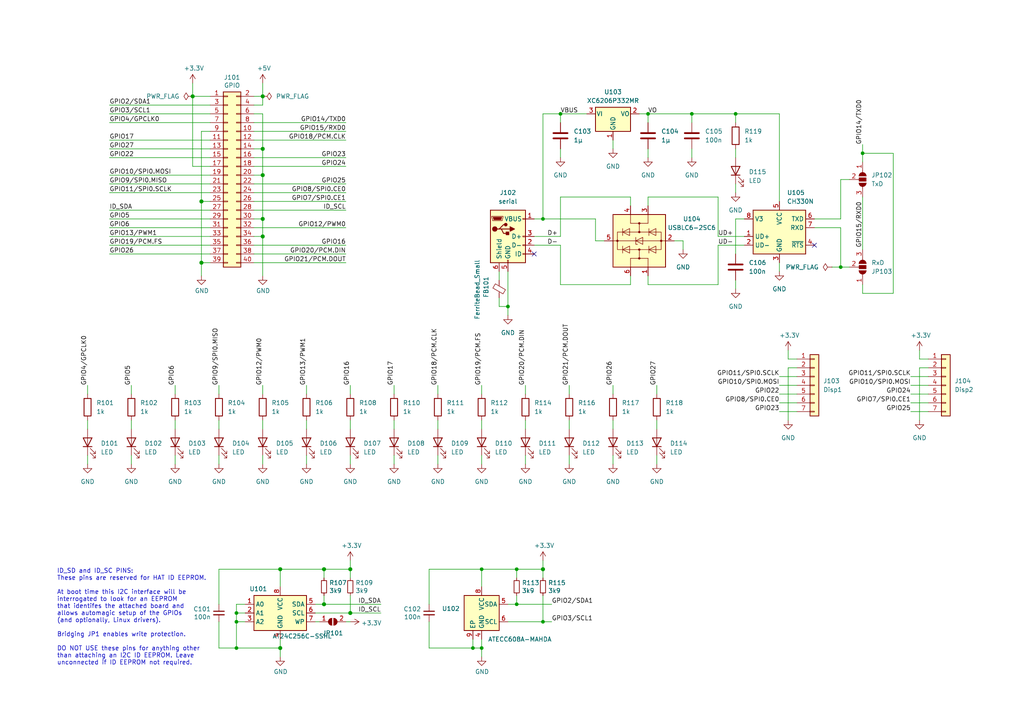
<source format=kicad_sch>
(kicad_sch (version 20230121) (generator eeschema)
  (paper "A4")
  (title_block (title "Fair Demo - Dails") (date "2023-08-17") (company "Linutronix GmbH / Benedikt Spranger") (comment 1 "SPDX-License-Identifier: CERN-OHL-S-2.0") (comment 2 "https://ohwr.org/cern_ohl_s_v2.txt") (comment 3 "To view a copy of this license, visit") (comment 4 "This work is licensed under the CERN-OHL-S v2"))
  (junction (at 68.58 187.96))
  (junction (at 93.98 175.26) (diameter 1.016))
  (junction (at 76.2 27.94) (diameter 1.016))
  (junction (at 81.28 187.96) (diameter 1.016))
  (junction (at 200.66 33.02))
  (junction (at 76.2 43.18) (diameter 1.016))
  (junction (at 81.28 165.1) (diameter 1.016))
  (junction (at 213.36 33.02))
  (junction (at 162.56 33.02))
  (junction (at 101.6 165.1) (diameter 1.016))
  (junction (at 187.96 33.02))
  (junction (at 250.19 44.45))
  (junction (at 243.84 77.47))
  (junction (at 68.58 180.34))
  (junction (at 58.42 76.2) (diameter 1.016))
  (junction (at 68.58 177.8))
  (junction (at 137.16 187.96))
  (junction (at 149.86 175.26))
  (junction (at 58.42 58.42) (diameter 1.016))
  (junction (at 157.48 63.5))
  (junction (at 76.2 68.58) (diameter 1.016))
  (junction (at 147.32 88.9))
  (junction (at 157.48 165.1) (diameter 1.016))
  (junction (at 139.7 187.96))
  (junction (at 157.48 180.34))
  (junction (at 76.2 63.5) (diameter 1.016))
  (junction (at 76.2 50.8) (diameter 1.016))
  (junction (at 101.6 177.8) (diameter 1.016))
  (junction (at 139.7 165.1))
  (junction (at 149.86 165.1))
  (junction (at 55.88 27.94) (diameter 1.016))
  (junction (at 93.98 165.1) (diameter 1.016))
  (no_connect (at 236.22 71.12))
  (no_connect (at 154.94 73.66))
  (wire (pts (xy 58.42 58.42) (xy 58.42 76.2)))
  (wire (pts (xy 73.66 58.42) (xy 100.33 58.42)))
  (wire (pts (xy 228.6 106.68) (xy 228.6 121.92)))
  (wire (pts (xy 38.1 132.08) (xy 38.1 134.62)))
  (wire (pts (xy 60.96 40.64) (xy 31.75 40.64)))
  (wire (pts (xy 208.28 68.58) (xy 215.9 68.58)))
  (wire (pts (xy 25.4 132.08) (xy 25.4 134.62)))
  (wire (pts (xy 81.28 165.1) (xy 93.98 165.1)))
  (wire (pts (xy 101.6 165.1) (xy 93.98 165.1)))
  (wire (pts (xy 101.6 167.64) (xy 101.6 165.1)))
  (wire (pts (xy 208.28 57.15) (xy 208.28 68.58)))
  (wire (pts (xy 208.28 82.55) (xy 187.96 82.55)))
  (wire (pts (xy 147.32 88.9) (xy 147.32 91.44)))
  (wire (pts (xy 213.36 43.18) (xy 213.36 45.72)))
  (wire (pts (xy 68.58 187.96) (xy 81.28 187.96)))
  (wire (pts (xy 139.7 185.42) (xy 139.7 187.96)))
  (wire (pts (xy 185.42 33.02) (xy 187.96 33.02)))
  (wire (pts (xy 76.2 33.02) (xy 76.2 43.18)))
  (wire (pts (xy 147.32 88.9) (xy 147.32 78.74)))
  (wire (pts (xy 76.2 50.8) (xy 73.66 50.8)))
  (wire (pts (xy 144.78 86.36) (xy 144.78 88.9)))
  (wire (pts (xy 76.2 111.76) (xy 76.2 114.3)))
  (wire (pts (xy 88.9 121.92) (xy 88.9 124.46)))
  (wire (pts (xy 114.3 111.76) (xy 114.3 114.3)))
  (wire (pts (xy 76.2 63.5) (xy 76.2 68.58)))
  (wire (pts (xy 172.72 63.5) (xy 172.72 69.85)))
  (wire (pts (xy 68.58 180.34) (xy 71.12 180.34)))
  (wire (pts (xy 243.84 63.5) (xy 243.84 52.07)))
  (wire (pts (xy 149.86 172.72) (xy 149.86 175.26)))
  (wire (pts (xy 177.8 40.64) (xy 177.8 43.18)))
  (wire (pts (xy 76.2 50.8) (xy 76.2 63.5)))
  (wire (pts (xy 231.14 106.68) (xy 228.6 106.68)))
  (wire (pts (xy 101.6 111.76) (xy 101.6 114.3)))
  (wire (pts (xy 73.66 35.56) (xy 100.33 35.56)))
  (wire (pts (xy 162.56 43.18) (xy 162.56 45.72)))
  (wire (pts (xy 58.42 38.1) (xy 58.42 58.42)))
  (wire (pts (xy 137.16 185.42) (xy 137.16 187.96)))
  (wire (pts (xy 88.9 111.76) (xy 88.9 114.3)))
  (wire (pts (xy 137.16 187.96) (xy 139.7 187.96)))
  (wire (pts (xy 91.44 175.26) (xy 93.98 175.26)))
  (wire (pts (xy 93.98 175.26) (xy 110.49 175.26)))
  (wire (pts (xy 147.32 175.26) (xy 149.86 175.26)))
  (wire (pts (xy 187.96 43.18) (xy 187.96 45.72)))
  (wire (pts (xy 63.5 132.08) (xy 63.5 134.62)))
  (wire (pts (xy 200.66 33.02) (xy 213.36 33.02)))
  (wire (pts (xy 243.84 52.07) (xy 246.38 52.07)))
  (wire (pts (xy 226.06 109.22) (xy 231.14 109.22)))
  (wire (pts (xy 58.42 38.1) (xy 60.96 38.1)))
  (wire (pts (xy 91.44 180.34) (xy 92.71 180.34)))
  (wire (pts (xy 100.33 180.34) (xy 101.6 180.34)))
  (wire (pts (xy 73.66 55.88) (xy 100.33 55.88)))
  (wire (pts (xy 60.96 60.96) (xy 31.75 60.96)))
  (wire (pts (xy 226.06 76.2) (xy 226.06 78.74)))
  (wire (pts (xy 31.75 63.5) (xy 60.96 63.5)))
  (wire (pts (xy 228.6 104.14) (xy 228.6 101.6)))
  (wire (pts (xy 25.4 111.76) (xy 25.4 114.3)))
  (wire (pts (xy 162.56 33.02) (xy 157.48 33.02)))
  (wire (pts (xy 38.1 111.76) (xy 38.1 114.3)))
  (wire (pts (xy 162.56 68.58) (xy 162.56 57.15)))
  (wire (pts (xy 139.7 170.18) (xy 139.7 165.1)))
  (wire (pts (xy 58.42 58.42) (xy 60.96 58.42)))
  (wire (pts (xy 101.6 162.56) (xy 101.6 165.1)))
  (wire (pts (xy 76.2 121.92) (xy 76.2 124.46)))
  (wire (pts (xy 264.16 114.3) (xy 269.24 114.3)))
  (wire (pts (xy 73.66 45.72) (xy 100.33 45.72)))
  (wire (pts (xy 81.28 165.1) (xy 81.28 170.18)))
  (wire (pts (xy 139.7 165.1) (xy 149.86 165.1)))
  (wire (pts (xy 243.84 77.47) (xy 246.38 77.47)))
  (wire (pts (xy 139.7 132.08) (xy 139.7 134.62)))
  (wire (pts (xy 182.88 57.15) (xy 182.88 59.69)))
  (wire (pts (xy 114.3 132.08) (xy 114.3 134.62)))
  (wire (pts (xy 250.19 44.45) (xy 250.19 46.99)))
  (wire (pts (xy 213.36 33.02) (xy 226.06 33.02)))
  (wire (pts (xy 139.7 187.96) (xy 139.7 190.5)))
  (wire (pts (xy 38.1 121.92) (xy 38.1 124.46)))
  (wire (pts (xy 73.66 76.2) (xy 100.33 76.2)))
  (wire (pts (xy 58.42 76.2) (xy 58.42 80.01)))
  (wire (pts (xy 31.75 43.18) (xy 60.96 43.18)))
  (wire (pts (xy 101.6 172.72) (xy 101.6 177.8)))
  (wire (pts (xy 165.1 121.92) (xy 165.1 124.46)))
  (wire (pts (xy 55.88 24.13) (xy 55.88 27.94)))
  (wire (pts (xy 149.86 165.1) (xy 149.86 167.64)))
  (wire (pts (xy 250.19 57.15) (xy 250.19 72.39)))
  (wire (pts (xy 152.4 132.08) (xy 152.4 134.62)))
  (wire (pts (xy 152.4 121.92) (xy 152.4 124.46)))
  (wire (pts (xy 25.4 121.92) (xy 25.4 124.46)))
  (wire (pts (xy 76.2 68.58) (xy 73.66 68.58)))
  (wire (pts (xy 226.06 116.84) (xy 231.14 116.84)))
  (wire (pts (xy 139.7 111.76) (xy 139.7 114.3)))
  (wire (pts (xy 259.08 85.09) (xy 259.08 44.45)))
  (wire (pts (xy 31.75 33.02) (xy 60.96 33.02)))
  (wire (pts (xy 127 121.92) (xy 127 124.46)))
  (wire (pts (xy 187.96 35.56) (xy 187.96 33.02)))
  (wire (pts (xy 31.75 55.88) (xy 60.96 55.88)))
  (wire (pts (xy 76.2 132.08) (xy 76.2 134.62)))
  (wire (pts (xy 226.06 114.3) (xy 231.14 114.3)))
  (wire (pts (xy 55.88 48.26) (xy 60.96 48.26)))
  (wire (pts (xy 236.22 63.5) (xy 243.84 63.5)))
  (wire (pts (xy 149.86 175.26) (xy 160.02 175.26)))
  (wire (pts (xy 60.96 30.48) (xy 31.75 30.48)))
  (wire (pts (xy 190.5 132.08) (xy 190.5 134.62)))
  (wire (pts (xy 76.2 27.94) (xy 76.2 30.48)))
  (wire (pts (xy 195.58 69.85) (xy 198.12 69.85)))
  (wire (pts (xy 269.24 104.14) (xy 266.7 104.14)))
  (wire (pts (xy 76.2 43.18) (xy 76.2 50.8)))
  (wire (pts (xy 157.48 162.56) (xy 157.48 165.1)))
  (wire (pts (xy 165.1 132.08) (xy 165.1 134.62)))
  (wire (pts (xy 73.66 40.64) (xy 100.33 40.64)))
  (wire (pts (xy 76.2 43.18) (xy 73.66 43.18)))
  (wire (pts (xy 71.12 175.26) (xy 68.58 175.26)))
  (wire (pts (xy 76.2 24.13) (xy 76.2 27.94)))
  (wire (pts (xy 266.7 106.68) (xy 266.7 121.92)))
  (wire (pts (xy 31.75 35.56) (xy 60.96 35.56)))
  (wire (pts (xy 139.7 121.92) (xy 139.7 124.46)))
  (wire (pts (xy 93.98 165.1) (xy 93.98 167.64)))
  (wire (pts (xy 76.2 27.94) (xy 73.66 27.94)))
  (wire (pts (xy 55.88 27.94) (xy 55.88 48.26)))
  (wire (pts (xy 182.88 82.55) (xy 182.88 80.01)))
  (wire (pts (xy 73.66 48.26) (xy 100.33 48.26)))
  (wire (pts (xy 68.58 180.34) (xy 68.58 187.96)))
  (wire (pts (xy 215.9 63.5) (xy 213.36 63.5)))
  (wire (pts (xy 213.36 63.5) (xy 213.36 73.66)))
  (wire (pts (xy 73.66 38.1) (xy 100.33 38.1)))
  (wire (pts (xy 63.5 111.76) (xy 63.5 114.3)))
  (wire (pts (xy 93.98 172.72) (xy 93.98 175.26)))
  (wire (pts (xy 231.14 104.14) (xy 228.6 104.14)))
  (wire (pts (xy 91.44 177.8) (xy 101.6 177.8)))
  (wire (pts (xy 101.6 177.8) (xy 110.49 177.8)))
  (wire (pts (xy 187.96 59.69) (xy 187.96 57.15)))
  (wire (pts (xy 190.5 111.76) (xy 190.5 114.3)))
  (wire (pts (xy 31.75 45.72) (xy 60.96 45.72)))
  (wire (pts (xy 31.75 53.34) (xy 60.96 53.34)))
  (wire (pts (xy 154.94 68.58) (xy 162.56 68.58)))
  (wire (pts (xy 50.8 111.76) (xy 50.8 114.3)))
  (wire (pts (xy 226.06 119.38) (xy 231.14 119.38)))
  (wire (pts (xy 162.56 57.15) (xy 182.88 57.15)))
  (wire (pts (xy 226.06 33.02) (xy 226.06 58.42)))
  (wire (pts (xy 162.56 82.55) (xy 182.88 82.55)))
  (wire (pts (xy 157.48 167.64) (xy 157.48 165.1)))
  (wire (pts (xy 124.46 187.96) (xy 137.16 187.96)))
  (wire (pts (xy 213.36 35.56) (xy 213.36 33.02)))
  (wire (pts (xy 50.8 121.92) (xy 50.8 124.46)))
  (wire (pts (xy 152.4 111.76) (xy 152.4 114.3)))
  (wire (pts (xy 101.6 121.92) (xy 101.6 124.46)))
  (wire (pts (xy 31.75 66.04) (xy 60.96 66.04)))
  (wire (pts (xy 76.2 30.48) (xy 73.66 30.48)))
  (wire (pts (xy 208.28 71.12) (xy 208.28 82.55)))
  (wire (pts (xy 250.19 82.55) (xy 250.19 85.09)))
  (wire (pts (xy 177.8 132.08) (xy 177.8 134.62)))
  (wire (pts (xy 177.8 121.92) (xy 177.8 124.46)))
  (wire (pts (xy 213.36 53.34) (xy 213.36 55.88)))
  (wire (pts (xy 31.75 71.12) (xy 60.96 71.12)))
  (wire (pts (xy 162.56 33.02) (xy 162.56 35.56)))
  (wire (pts (xy 124.46 180.34) (xy 124.46 187.96)))
  (wire (pts (xy 73.66 71.12) (xy 100.33 71.12)))
  (wire (pts (xy 127 132.08) (xy 127 134.62)))
  (wire (pts (xy 165.1 111.76) (xy 165.1 114.3)))
  (wire (pts (xy 73.66 66.04) (xy 100.33 66.04)))
  (wire (pts (xy 187.96 33.02) (xy 200.66 33.02)))
  (wire (pts (xy 58.42 76.2) (xy 60.96 76.2)))
  (wire (pts (xy 157.48 180.34) (xy 160.02 180.34)))
  (wire (pts (xy 264.16 119.38) (xy 269.24 119.38)))
  (wire (pts (xy 154.94 63.5) (xy 157.48 63.5)))
  (wire (pts (xy 73.66 73.66) (xy 100.33 73.66)))
  (wire (pts (xy 259.08 85.09) (xy 250.19 85.09)))
  (wire (pts (xy 76.2 33.02) (xy 73.66 33.02)))
  (wire (pts (xy 170.18 33.02) (xy 162.56 33.02)))
  (wire (pts (xy 31.75 73.66) (xy 60.96 73.66)))
  (wire (pts (xy 88.9 132.08) (xy 88.9 134.62)))
  (wire (pts (xy 269.24 106.68) (xy 266.7 106.68)))
  (wire (pts (xy 213.36 81.28) (xy 213.36 83.82)))
  (wire (pts (xy 236.22 66.04) (xy 243.84 66.04)))
  (wire (pts (xy 200.66 33.02) (xy 200.66 35.56)))
  (wire (pts (xy 226.06 111.76) (xy 231.14 111.76)))
  (wire (pts (xy 63.5 121.92) (xy 63.5 124.46)))
  (wire (pts (xy 154.94 71.12) (xy 162.56 71.12)))
  (wire (pts (xy 157.48 63.5) (xy 172.72 63.5)))
  (wire (pts (xy 241.3 77.47) (xy 243.84 77.47)))
  (wire (pts (xy 250.19 41.91) (xy 250.19 44.45)))
  (wire (pts (xy 157.48 172.72) (xy 157.48 180.34)))
  (wire (pts (xy 147.32 180.34) (xy 157.48 180.34)))
  (wire (pts (xy 101.6 132.08) (xy 101.6 134.62)))
  (wire (pts (xy 264.16 116.84) (xy 269.24 116.84)))
  (wire (pts (xy 162.56 71.12) (xy 162.56 82.55)))
  (wire (pts (xy 63.5 165.1) (xy 63.5 175.26)))
  (wire (pts (xy 63.5 180.34) (xy 63.5 187.96)))
  (wire (pts (xy 63.5 187.96) (xy 68.58 187.96)))
  (wire (pts (xy 81.28 165.1) (xy 63.5 165.1)))
  (wire (pts (xy 157.48 165.1) (xy 149.86 165.1)))
  (wire (pts (xy 81.28 185.42) (xy 81.28 187.96)))
  (wire (pts (xy 81.28 187.96) (xy 81.28 190.5)))
  (wire (pts (xy 187.96 57.15) (xy 208.28 57.15)))
  (wire (pts (xy 144.78 88.9) (xy 147.32 88.9)))
  (wire (pts (xy 264.16 109.22) (xy 269.24 109.22)))
  (wire (pts (xy 266.7 104.14) (xy 266.7 101.6)))
  (wire (pts (xy 157.48 33.02) (xy 157.48 63.5)))
  (wire (pts (xy 200.66 43.18) (xy 200.66 45.72)))
  (wire (pts (xy 76.2 68.58) (xy 76.2 80.01)))
  (wire (pts (xy 73.66 53.34) (xy 100.33 53.34)))
  (wire (pts (xy 60.96 68.58) (xy 31.75 68.58)))
  (wire (pts (xy 259.08 44.45) (xy 250.19 44.45)))
  (wire (pts (xy 76.2 63.5) (xy 73.66 63.5)))
  (wire (pts (xy 177.8 111.76) (xy 177.8 114.3)))
  (wire (pts (xy 124.46 175.26) (xy 124.46 165.1)))
  (wire (pts (xy 55.88 27.94) (xy 60.96 27.94)))
  (wire (pts (xy 68.58 177.8) (xy 68.58 180.34)))
  (wire (pts (xy 68.58 177.8) (xy 71.12 177.8)))
  (wire (pts (xy 144.78 78.74) (xy 144.78 81.28)))
  (wire (pts (xy 190.5 121.92) (xy 190.5 124.46)))
  (wire (pts (xy 264.16 111.76) (xy 269.24 111.76)))
  (wire (pts (xy 114.3 121.92) (xy 114.3 124.46)))
  (wire (pts (xy 243.84 66.04) (xy 243.84 77.47)))
  (wire (pts (xy 172.72 69.85) (xy 175.26 69.85)))
  (wire (pts (xy 50.8 132.08) (xy 50.8 134.62)))
  (wire (pts (xy 127 111.76) (xy 127 114.3)))
  (wire (pts (xy 68.58 175.26) (xy 68.58 177.8)))
  (wire (pts (xy 60.96 50.8) (xy 31.75 50.8)))
  (wire (pts (xy 73.66 60.96) (xy 100.33 60.96)))
  (wire (pts (xy 187.96 82.55) (xy 187.96 80.01)))
  (wire (pts (xy 215.9 71.12) (xy 208.28 71.12)))
  (wire (pts (xy 124.46 165.1) (xy 139.7 165.1)))
  (wire (pts (xy 198.12 69.85) (xy 198.12 72.39)))
  (text "ID_SD and ID_SC PINS:\nThese pins are reserved for HAT ID EEPROM.\n\nAt boot time this I2C interface will be\ninterrogated to look for an EEPROM\nthat identifes the attached board and\nallows automagic setup of the GPIOs\n(and optionally, Linux drivers).\n\nBridging JP1 enables write protection.\n\nDO NOT USE these pins for anything other\nthan attaching an I2C ID EEPROM. Leave\nunconnected if ID EEPROM not required." (at 16.51 193.04 0) (effects (font (size 1.27 1.27)) (justify left bottom)))
  (label "GPIO18{slash}PCM.CLK" (at 127 111.76 90))
  (label "ID_SDA" (at 31.75 60.96 0))
  (label "GPIO6" (at 31.75 66.04 0))
  (label "ID_SDA" (at 110.49 175.26 180))
  (label "VO" (at 187.96 33.02 0))
  (label "GPIO23" (at 226.06 119.38 180))
  (label "ID_SCL" (at 100.33 60.96 180))
  (label "GPIO5" (at 31.75 63.5 0))
  (label "GPIO7{slash}SPI0.CE1" (at 264.16 116.84 180))
  (label "GPIO21{slash}PCM.DOUT" (at 100.33 76.2 180))
  (label "GPIO19{slash}PCM.FS" (at 31.75 71.12 0))
  (label "GPIO10{slash}SPI0.MOSI" (at 31.75 50.8 0))
  (label "GPIO9{slash}SPI0.MISO" (at 31.75 53.34 0))
  (label "GPIO2{slash}SDA1" (at 160.02 175.26 0))
  (label "GPIO11{slash}SPI0.SCLK" (at 226.06 109.22 180))
  (label "GPIO23" (at 100.33 45.72 180))
  (label "GPIO4{slash}GPCLK0" (at 25.4 111.76 90))
  (label "GPIO4{slash}GPCLK0" (at 31.75 35.56 0))
  (label "GPIO27" (at 31.75 43.18 0))
  (label "GPIO26" (at 31.75 73.66 0))
  (label "D+" (at 158.75 68.58 0))
  (label "GPIO14{slash}TXD0" (at 100.33 35.56 180))
  (label "GPIO19{slash}PCM.FS" (at 139.7 111.76 90))
  (label "GPIO8{slash}SPI0.CE0" (at 100.33 55.88 180))
  (label "GPIO22" (at 226.06 114.3 180))
  (label "GPIO15{slash}RXD0" (at 100.33 38.1 180))
  (label "GPIO16" (at 100.33 71.12 180))
  (label "GPIO12{slash}PWM0" (at 76.2 111.76 90))
  (label "GPIO16" (at 101.6 111.76 90))
  (label "UD+" (at 208.28 68.58 0))
  (label "GPIO22" (at 31.75 45.72 0))
  (label "GPIO20{slash}PCM.DIN" (at 152.4 111.76 90))
  (label "GPIO13{slash}PWM1" (at 88.9 111.76 90))
  (label "GPIO26" (at 177.8 111.76 90))
  (label "GPIO2{slash}SDA1" (at 31.75 30.48 0))
  (label "GPIO6" (at 50.8 111.76 90))
  (label "UD-" (at 208.28 71.12 0))
  (label "GPIO17" (at 31.75 40.64 0))
  (label "GPIO25" (at 100.33 53.34 180))
  (label "GPIO27" (at 190.5 111.76 90))
  (label "GPIO3{slash}SCL1" (at 31.75 33.02 0))
  (label "GPIO18{slash}PCM.CLK" (at 100.33 40.64 180))
  (label "GPIO8{slash}SPI0.CE0" (at 226.06 116.84 180))
  (label "GPIO12{slash}PWM0" (at 100.33 66.04 180))
  (label "GPIO13{slash}PWM1" (at 31.75 68.58 0))
  (label "GPIO20{slash}PCM.DIN" (at 100.33 73.66 180))
  (label "GPIO15{slash}RXD0" (at 250.19 58.42 270))
  (label "GPIO24" (at 100.33 48.26 180))
  (label "GPIO7{slash}SPI0.CE1" (at 100.33 58.42 180))
  (label "GPIO21{slash}PCM.DOUT" (at 165.1 111.76 90))
  (label "GPIO10{slash}SPI0.MOSI" (at 264.16 111.76 180))
  (label "VBUS" (at 162.56 33.02 0))
  (label "D-" (at 158.75 71.12 0))
  (label "GPIO11{slash}SPI0.SCLK" (at 264.16 109.22 180))
  (label "GPIO24" (at 264.16 114.3 180))
  (label "GPIO3{slash}SCL1" (at 160.02 180.34 0))
  (label "ID_SCL" (at 110.49 177.8 180))
  (label "GPIO14{slash}TXD0" (at 250.19 41.91 90))
  (label "GPIO10{slash}SPI0.MOSI" (at 226.06 111.76 180))
  (label "GPIO5" (at 38.1 111.76 90))
  (label "GPIO11{slash}SPI0.SCLK" (at 31.75 55.88 0))
  (label "GPIO17" (at 114.3 111.76 90))
  (label "GPIO25" (at 264.16 119.38 180))
  (label "GPIO9{slash}SPI0.MISO" (at 63.5 111.76 90))
  (symbol (lib_id "power:+5V") (at 76.2 24.13 0) (unit 1)
    (property "Reference" "#PWR0107" (effects hide))
    (property "Value" "+5V" (at 76.5683 19.8056 0))
  )
  (symbol (lib_id "power:+3.3V") (at 55.88 24.13 0) (unit 1)
    (property "Reference" "#PWR0104" (effects hide))
    (property "Value" "+3.3V" (at 56.2483 19.8056 0))
  )
  (symbol (lib_id "power:GND") (at 76.2 80.01 0) (unit 1)
    (property "Reference" "#PWR0108" (effects hide))
    (property "Value" "GND" (at 76.3143 84.3344 0))
  )
  (symbol (lib_id "power:GND") (at 58.42 80.01 0) (unit 1)
    (property "Reference" "#PWR0105" (effects hide))
    (property "Value" "GND" (at 58.5343 84.3344 0))
  )
  (symbol (lib_id "Connector_Generic:Conn_02x20_Odd_Even") (at 66.04 50.8 0) (unit 1)
    (property "Reference" "J101" (at 67.31 22.4598 0))
    (property "Value" "GPIO" (at 67.31 24.765 0))
    (property "Footprint" "Connector_PinSocket_2.54mm:PinSocket_2x20_P2.54mm_Vertical" (effects hide))
    (property "assemble" "y" (effects hide))
    (property "Manufacture" "CONNFLY" (effects hide))
    (property "mpn" "DS1023-2*20S21" (effects hide))
    (property "tme#" "ZL262-40DG" (effects hide))
  )
  (symbol (lib_id "power:GND") (at 162.56 45.72 0) (unit 1)
    (property "Reference" "#PWR0122" (effects hide))
    (property "Value" "GND" (at 162.56 50.8 0))
  )
  (symbol (lib_id "Device:LED") (at 165.1 128.27 90) (unit 1)
    (property "Reference" "D112" (at 168.91 128.5875 90) (effects (justify right)))
    (property "Value" "LED" (at 168.91 131.1275 90) (effects (justify right)))
    (property "Footprint" "LED_SMD:LED_0603_1608Metric" (effects hide))
    (property "assemble" "y" (effects hide))
    (property "Description" "Colorless transparence -40℃~+85℃ 465nm~475nm blue 120° 110mW 0603 Light Emitting Diodes (LED) ROHS" (effects hide))
    (property "Manufacture" "Everlight Elec" (effects hide))
    (property "lcsc#" "C72041" (effects hide))
    (property "mpn" "19-217/BHC-ZL1M2RY/3T" (effects hide))
  )
  (symbol (lib_id "Device:R") (at 177.8 118.11 0) (unit 1)
    (property "Reference" "R117" (at 180.34 116.84 0) (effects (justify left)))
    (property "Value" "1k" (at 180.34 119.38 0) (effects (justify left)))
    (property "Footprint" "Resistor_SMD:R_0402_1005Metric" (effects hide))
    (property "assemble" "y" (effects hide))
    (property "Description" "62.5mW Thick Film Resistors ±100ppm/℃ ±5% 1kΩ 0402 Chip Resistor - Surface Mount ROHS" (effects hide))
    (property "Manufacture" "YAGEO" (effects hide))
    (property "digikey#" "311-1.0KJRCT-ND" (effects hide))
    (property "lcsc#" "C114759" (effects hide))
    (property "mpn" "RC0402JR-071KL" (effects hide))
  )
  (symbol (lib_id "power:PWR_FLAG") (at 76.2 27.94 270) (unit 1)
    (property "Reference" "#FLG0102" (effects hide))
    (property "Value" "PWR_FLAG" (at 80.01 27.94 90) (effects (justify left)))
  )
  (symbol (lib_id "Device:R") (at 38.1 118.11 0) (unit 1)
    (property "Reference" "R102" (at 40.64 116.84 0) (effects (justify left)))
    (property "Value" "1k" (at 40.64 119.38 0) (effects (justify left)))
    (property "Footprint" "Resistor_SMD:R_0402_1005Metric" (effects hide))
    (property "assemble" "y" (effects hide))
    (property "Description" "62.5mW Thick Film Resistors ±100ppm/℃ ±5% 1kΩ 0402 Chip Resistor - Surface Mount ROHS" (effects hide))
    (property "Manufacture" "YAGEO" (effects hide))
    (property "digikey#" "311-1.0KJRCT-ND" (effects hide))
    (property "lcsc#" "C114759" (effects hide))
    (property "mpn" "RC0402JR-071KL" (effects hide))
  )
  (symbol (lib_id "power:PWR_FLAG") (at 241.3 77.47 90) (unit 1)
    (property "Reference" "#FLG0103" (effects hide))
    (property "Value" "PWR_FLAG" (at 237.49 77.47 90) (effects (justify left)))
  )
  (symbol (lib_id "power:GND") (at 177.8 134.62 0) (unit 1)
    (property "Reference" "#PWR0125" (effects hide))
    (property "Value" "GND" (at 177.8 139.7 0))
  )
  (symbol (lib_id "Device:C_Small") (at 63.5 177.8 0) (unit 1)
    (property "Reference" "C101" (at 61.1758 176.6506 0) (effects (justify right)))
    (property "Value" "100n" (at 61.1758 178.9493 0) (effects (justify right)))
    (property "Footprint" "Capacitor_SMD:C_0402_1005Metric" (effects hide))
    (property "assemble" "y" (effects hide))
    (property "Description" "50V 100nF X7R ±10% 0402 Multilayer Ceramic Capacitors MLCC - SMD/SMT ROHS" (effects hide))
    (property "Manufacture" "Murata Electronics" (effects hide))
    (property "lcsc#" "C77020" (effects hide))
    (property "mpn" "GRM155R71H104KE14D" (effects hide))
  )
  (symbol (lib_id "Device:R") (at 127 118.11 0) (unit 1)
    (property "Reference" "R111" (at 129.54 116.84 0) (effects (justify left)))
    (property "Value" "1k" (at 129.54 119.38 0) (effects (justify left)))
    (property "Footprint" "Resistor_SMD:R_0402_1005Metric" (effects hide))
    (property "assemble" "y" (effects hide))
    (property "Description" "62.5mW Thick Film Resistors ±100ppm/℃ ±5% 1kΩ 0402 Chip Resistor - Surface Mount ROHS" (effects hide))
    (property "Manufacture" "YAGEO" (effects hide))
    (property "digikey#" "311-1.0KJRCT-ND" (effects hide))
    (property "lcsc#" "C114759" (effects hide))
    (property "mpn" "RC0402JR-071KL" (effects hide))
  )
  (symbol (lib_id "Device:LED") (at 213.36 49.53 90) (unit 1)
    (property "Reference" "D115" (at 217.17 49.8475 90) (effects (justify right)))
    (property "Value" "LED" (at 217.17 52.3875 90) (effects (justify right)))
    (property "Footprint" "LED_SMD:LED_0603_1608Metric" (effects hide))
    (property "assemble" "y" (effects hide))
    (property "Description" "Colorless transparence -40℃~+85℃ 465nm~475nm blue 120° 110mW 0603 Light Emitting Diodes (LED) ROHS" (effects hide))
    (property "Manufacture" "Everlight Elec" (effects hide))
    (property "lcsc#" "C72041" (effects hide))
    (property "mpn" "19-217/BHC-ZL1M2RY/3T" (effects hide))
  )
  (symbol (lib_id "Device:LED") (at 63.5 128.27 90) (unit 1)
    (property "Reference" "D104" (at 67.31 128.5875 90) (effects (justify right)))
    (property "Value" "LED" (at 67.31 131.1275 90) (effects (justify right)))
    (property "Footprint" "LED_SMD:LED_0603_1608Metric" (effects hide))
    (property "assemble" "y" (effects hide))
    (property "Description" "Colorless transparence -40℃~+85℃ 465nm~475nm blue 120° 110mW 0603 Light Emitting Diodes (LED) ROHS" (effects hide))
    (property "Manufacture" "Everlight Elec" (effects hide))
    (property "lcsc#" "C72041" (effects hide))
    (property "mpn" "19-217/BHC-ZL1M2RY/3T" (effects hide))
  )
  (symbol (lib_id "Device:LED") (at 76.2 128.27 90) (unit 1)
    (property "Reference" "D105" (at 80.01 128.5875 90) (effects (justify right)))
    (property "Value" "LED" (at 80.01 131.1275 90) (effects (justify right)))
    (property "Footprint" "LED_SMD:LED_0603_1608Metric" (effects hide))
    (property "assemble" "y" (effects hide))
    (property "Description" "Colorless transparence -40℃~+85℃ 465nm~475nm blue 120° 110mW 0603 Light Emitting Diodes (LED) ROHS" (effects hide))
    (property "Manufacture" "Everlight Elec" (effects hide))
    (property "lcsc#" "C72041" (effects hide))
    (property "mpn" "19-217/BHC-ZL1M2RY/3T" (effects hide))
  )
  (symbol (lib_id "Device:R_Small") (at 93.98 170.18 0) (unit 1)
    (property "Reference" "R107" (at 95.4786 169.037 0) (effects (justify left)))
    (property "Value" "3k9" (at 95.4787 171.3293 0) (effects (justify left)))
    (property "Footprint" "Resistor_SMD:R_0402_1005Metric" (effects hide))
    (property "assemble" "y" (effects hide))
    (property "Description" "62.5mW Thick Film Resistors ±100ppm/℃ ±1% 3.9kΩ 0402 Chip Resistor - Surface Mount ROHS" (effects hide))
    (property "Manufacture" "YAGEO" (effects hide))
    (property "lcsc#" "C144037" (effects hide))
    (property "mpn" "AF0402FR-073K9L" (effects hide))
  )
  (symbol (lib_id "power:GND") (at 88.9 134.62 0) (unit 1)
    (property "Reference" "#PWR0111" (effects hide))
    (property "Value" "GND" (at 88.9 139.7 0))
  )
  (symbol (lib_id "power:GND") (at 101.6 134.62 0) (unit 1)
    (property "Reference" "#PWR0112" (effects hide))
    (property "Value" "GND" (at 101.6 139.7 0))
  )
  (symbol (lib_id "power:GND") (at 200.66 45.72 0) (unit 1)
    (property "Reference" "#PWR0129" (effects hide))
    (property "Value" "GND" (at 200.66 50.8 0))
  )
  (symbol (lib_id "power:GND") (at 50.8 134.62 0) (unit 1)
    (property "Reference" "#PWR0103" (effects hide))
    (property "Value" "GND" (at 50.8 139.7 0))
  )
  (symbol (lib_id "power:GND") (at 127 134.62 0) (unit 1)
    (property "Reference" "#PWR0116" (effects hide))
    (property "Value" "GND" (at 127 139.7 0))
  )
  (symbol (lib_id "Device:R") (at 63.5 118.11 0) (unit 1)
    (property "Reference" "R104" (at 66.04 116.84 0) (effects (justify left)))
    (property "Value" "1k" (at 66.04 119.38 0) (effects (justify left)))
    (property "Footprint" "Resistor_SMD:R_0402_1005Metric" (effects hide))
    (property "assemble" "y" (effects hide))
    (property "Description" "62.5mW Thick Film Resistors ±100ppm/℃ ±5% 1kΩ 0402 Chip Resistor - Surface Mount ROHS" (effects hide))
    (property "Manufacture" "YAGEO" (effects hide))
    (property "digikey#" "311-1.0KJRCT-ND" (effects hide))
    (property "lcsc#" "C114759" (effects hide))
    (property "mpn" "RC0402JR-071KL" (effects hide))
  )
  (symbol (lib_id "Device:R") (at 190.5 118.11 0) (unit 1)
    (property "Reference" "R118" (at 193.04 116.84 0) (effects (justify left)))
    (property "Value" "1k" (at 193.04 119.38 0) (effects (justify left)))
    (property "Footprint" "Resistor_SMD:R_0402_1005Metric" (effects hide))
    (property "assemble" "y" (effects hide))
    (property "Description" "62.5mW Thick Film Resistors ±100ppm/℃ ±5% 1kΩ 0402 Chip Resistor - Surface Mount ROHS" (effects hide))
    (property "Manufacture" "YAGEO" (effects hide))
    (property "digikey#" "311-1.0KJRCT-ND" (effects hide))
    (property "lcsc#" "C114759" (effects hide))
    (property "mpn" "RC0402JR-071KL" (effects hide))
  )
  (symbol (lib_id "Device:LED") (at 114.3 128.27 90) (unit 1)
    (property "Reference" "D108" (at 118.11 128.5875 90) (effects (justify right)))
    (property "Value" "LED" (at 118.11 131.1275 90) (effects (justify right)))
    (property "Footprint" "LED_SMD:LED_0603_1608Metric" (effects hide))
    (property "assemble" "y" (effects hide))
    (property "Description" "Colorless transparence -40℃~+85℃ 465nm~475nm blue 120° 110mW 0603 Light Emitting Diodes (LED) ROHS" (effects hide))
    (property "Manufacture" "Everlight Elec" (effects hide))
    (property "lcsc#" "C72041" (effects hide))
    (property "mpn" "19-217/BHC-ZL1M2RY/3T" (effects hide))
  )
  (symbol (lib_id "Device:LED") (at 38.1 128.27 90) (unit 1)
    (property "Reference" "D102" (at 41.91 128.5875 90) (effects (justify right)))
    (property "Value" "LED" (at 41.91 131.1275 90) (effects (justify right)))
    (property "Footprint" "LED_SMD:LED_0603_1608Metric" (effects hide))
    (property "assemble" "y" (effects hide))
    (property "Description" "Colorless transparence -40℃~+85℃ 465nm~475nm blue 120° 110mW 0603 Light Emitting Diodes (LED) ROHS" (effects hide))
    (property "Manufacture" "Everlight Elec" (effects hide))
    (property "lcsc#" "C72041" (effects hide))
    (property "mpn" "19-217/BHC-ZL1M2RY/3T" (effects hide))
  )
  (symbol (lib_id "power:GND") (at 213.36 83.82 0) (unit 1)
    (property "Reference" "#PWR0131" (effects hide))
    (property "Value" "GND" (at 213.36 88.9 0))
  )
  (symbol (lib_id "power:+3.3V") (at 228.6 101.6 0) (unit 1)
    (property "Reference" "#PWR0134" (effects hide))
    (property "Value" "+3.3V" (at 228.9683 97.2756 0))
  )
  (symbol (lib_id "Device:LED") (at 152.4 128.27 90) (unit 1)
    (property "Reference" "D111" (at 156.21 128.5875 90) (effects (justify right)))
    (property "Value" "LED" (at 156.21 131.1275 90) (effects (justify right)))
    (property "Footprint" "LED_SMD:LED_0603_1608Metric" (effects hide))
    (property "assemble" "y" (effects hide))
    (property "Description" "Colorless transparence -40℃~+85℃ 465nm~475nm blue 120° 110mW 0603 Light Emitting Diodes (LED) ROHS" (effects hide))
    (property "Manufacture" "Everlight Elec" (effects hide))
    (property "lcsc#" "C72041" (effects hide))
    (property "mpn" "19-217/BHC-ZL1M2RY/3T" (effects hide))
  )
  (symbol (lib_id "Jumper:SolderJumper_2_Open") (at 96.52 180.34 0) (unit 1)
    (property "Reference" "JP101" (at 96.52 183.623 0))
    (property "Value" "ID_WP" (effects hide))
    (property "Footprint" "Jumper:SolderJumper-2_P1.3mm_Open_Pad1.0x1.5mm" (effects hide))
    (property "assemble" "n" (effects hide))
    (property "mpn" "DNP" (effects hide))
  )
  (symbol (lib_id "Device:R") (at 76.2 118.11 0) (unit 1)
    (property "Reference" "R105" (at 78.74 116.84 0) (effects (justify left)))
    (property "Value" "1k" (at 78.74 119.38 0) (effects (justify left)))
    (property "Footprint" "Resistor_SMD:R_0402_1005Metric" (effects hide))
    (property "assemble" "y" (effects hide))
    (property "Description" "62.5mW Thick Film Resistors ±100ppm/℃ ±5% 1kΩ 0402 Chip Resistor - Surface Mount ROHS" (effects hide))
    (property "Manufacture" "YAGEO" (effects hide))
    (property "digikey#" "311-1.0KJRCT-ND" (effects hide))
    (property "lcsc#" "C114759" (effects hide))
    (property "mpn" "RC0402JR-071KL" (effects hide))
  )
  (symbol (lib_id "power:+3.3V") (at 157.48 162.56 0) (unit 1)
    (property "Reference" "#PWR0121" (effects hide))
    (property "Value" "+3.3V" (at 157.8483 158.2356 0))
  )
  (symbol (lib_id "power:GND") (at 152.4 134.62 0) (unit 1)
    (property "Reference" "#PWR0120" (effects hide))
    (property "Value" "GND" (at 152.4 139.7 0))
  )
  (symbol (lib_id "power:GND") (at 63.5 134.62 0) (unit 1)
    (property "Reference" "#PWR0106" (effects hide))
    (property "Value" "GND" (at 63.5 139.7 0))
  )
  (symbol (lib_id "power:GND") (at 226.06 78.74 0) (unit 1)
    (property "Reference" "#PWR0133" (effects hide))
    (property "Value" "GND" (at 226.06 83.82 0))
  )
  (symbol (lib_id "Device:R_Small") (at 101.6 170.18 0) (unit 1)
    (property "Reference" "R109" (at 103.0986 169.037 0) (effects (justify left)))
    (property "Value" "3k9" (at 103.0987 171.3293 0) (effects (justify left)))
    (property "Footprint" "Resistor_SMD:R_0402_1005Metric" (effects hide))
    (property "assemble" "y" (effects hide))
    (property "Description" "62.5mW Thick Film Resistors ±100ppm/℃ ±1% 3.9kΩ 0402 Chip Resistor - Surface Mount ROHS" (effects hide))
    (property "Manufacture" "YAGEO" (effects hide))
    (property "lcsc#" "C144037" (effects hide))
    (property "mpn" "AF0402FR-073K9L" (effects hide))
  )
  (symbol (lib_id "power:GND") (at 198.12 72.39 0) (unit 1)
    (property "Reference" "#PWR0128" (effects hide))
    (property "Value" "GND" (at 198.12 77.47 0))
  )
  (symbol (lib_id "Device:R") (at 50.8 118.11 0) (unit 1)
    (property "Reference" "R103" (at 53.34 116.84 0) (effects (justify left)))
    (property "Value" "1k" (at 53.34 119.38 0) (effects (justify left)))
    (property "Footprint" "Resistor_SMD:R_0402_1005Metric" (effects hide))
    (property "assemble" "y" (effects hide))
    (property "Description" "62.5mW Thick Film Resistors ±100ppm/℃ ±5% 1kΩ 0402 Chip Resistor - Surface Mount ROHS" (effects hide))
    (property "Manufacture" "YAGEO" (effects hide))
    (property "digikey#" "311-1.0KJRCT-ND" (effects hide))
    (property "lcsc#" "C114759" (effects hide))
    (property "mpn" "RC0402JR-071KL" (effects hide))
  )
  (symbol (lib_id "power:+3.3V") (at 101.6 162.56 0) (unit 1)
    (property "Reference" "#PWR0113" (effects hide))
    (property "Value" "+3.3V" (at 101.9683 158.2356 0))
  )
  (symbol (lib_id "Connector:USB_B_Micro") (at 147.32 68.58 0) (unit 1)
    (property "Reference" "J102" (at 147.32 55.88 0))
    (property "Value" "serial" (at 147.32 58.42 0))
    (property "Footprint" "Connector_USB:USB_Micro-B_Molex-105017-0001" (effects hide))
    (property "assemble" "y" (effects hide))
    (property "Description" "USB 2.0 1 Surface Mount 5P Female -30℃~+85℃ Micro-B SMD USB Connectors ROHS" (effects hide))
    (property "Manufacture" "MOLEX" (effects hide))
    (property "digikey#" "WM11262CT-ND " (effects hide))
    (property "lcsc#" "C505111" (effects hide))
    (property "mpn" "1050171001" (effects hide))
  )
  (symbol (lib_id "Interface_USB:CH330N") (at 226.06 66.04 0) (unit 1)
    (property "Reference" "U105" (at 228.2541 55.88 0) (effects (justify left)))
    (property "Value" "CH330N" (at 228.2541 58.42 0) (effects (justify left)))
    (property "Footprint" "Package_SO:SOIC-8_3.9x4.9mm_P1.27mm" (effects hide))
    (property "Datasheet" "http://www.wch.cn/downloads/file/240.html" (effects hide))
    (property "assemble" "y" (effects hide))
    (property "Manufacture" "WCH(Jiangsu Qin Heng)" (effects hide))
    (property "lcsc#" "C108996" (effects hide))
    (property "mpn" "CH330N" (effects hide))
  )
  (symbol (lib_id "Connector_Generic:Conn_01x07") (at 236.22 111.76 0) (unit 1)
    (property "Reference" "J103" (at 238.76 110.49 0) (effects (justify left)))
    (property "Value" "Disp1" (at 238.76 113.03 0) (effects (justify left)))
    (property "Footprint" "Connector_PinSocket_2.54mm:PinSocket_1x07_P2.54mm_Vertical" (effects hide))
    (property "assemble" "y" (effects hide))
    (property "Manufacture" "CONNFLY" (effects hide))
    (property "mpn" "DS1023-1*7S21" (effects hide))
    (property "tme#" "ZL262-7SG" (effects hide))
  )
  (symbol (lib_id "power:GND") (at 190.5 134.62 0) (unit 1)
    (property "Reference" "#PWR0127" (effects hide))
    (property "Value" "GND" (at 190.5 139.7 0))
  )
  (symbol (lib_id "Device:LED") (at 50.8 128.27 90) (unit 1)
    (property "Reference" "D103" (at 54.61 128.5875 90) (effects (justify right)))
    (property "Value" "LED" (at 54.61 131.1275 90) (effects (justify right)))
    (property "Footprint" "LED_SMD:LED_0603_1608Metric" (effects hide))
    (property "assemble" "y" (effects hide))
    (property "Description" "Colorless transparence -40℃~+85℃ 465nm~475nm blue 120° 110mW 0603 Light Emitting Diodes (LED) ROHS" (effects hide))
    (property "Manufacture" "Everlight Elec" (effects hide))
    (property "lcsc#" "C72041" (effects hide))
    (property "mpn" "19-217/BHC-ZL1M2RY/3T" (effects hide))
  )
  (symbol (lib_id "Jumper:SolderJumper_3_Open") (at 250.19 77.47 270) (mirror x) (unit 1)
    (property "Reference" "JP103" (at 252.73 78.74 90) (effects (justify left)))
    (property "Value" "RxD" (at 252.73 76.2 90) (effects (justify left)))
    (property "Footprint" "Jumper:SolderJumper-3_P1.3mm_Open_Pad1.0x1.5mm_NumberLabels" (effects hide))
    (property "assemble" "n" (effects hide))
    (property "mpn" "DNP" (effects hide))
  )
  (symbol (lib_id "Memory_EEPROM:CAT24C256") (at 81.28 177.8 0) (unit 1)
    (property "Reference" "U101" (at 74.93 170.7958 0))
    (property "Value" "AT24C256C-SSHL" (at 87.63 184.5245 0))
    (property "Footprint" "Package_SO:SOIC-8_3.9x4.9mm_P1.27mm" (effects hide))
    (property "Datasheet" "https://www.onsemi.cn/PowerSolutions/document/CAT24C256-D.PDF" (effects hide))
    (property "assemble" "y" (effects hide))
    (property "Description" "256Kbit I2C SOP-8 EEPROM ROHS" (effects hide))
    (property "Manufacture" "Microchip Tech" (effects hide))
    (property "lcsc#" "C6482" (effects hide))
    (property "mpn" "AT24C256C-SSHL-T" (effects hide))
  )
  (symbol (lib_id "Device:R") (at 114.3 118.11 0) (unit 1)
    (property "Reference" "R110" (at 116.84 116.84 0) (effects (justify left)))
    (property "Value" "1k" (at 116.84 119.38 0) (effects (justify left)))
    (property "Footprint" "Resistor_SMD:R_0402_1005Metric" (effects hide))
    (property "assemble" "y" (effects hide))
    (property "Description" "62.5mW Thick Film Resistors ±100ppm/℃ ±5% 1kΩ 0402 Chip Resistor - Surface Mount ROHS" (effects hide))
    (property "Manufacture" "YAGEO" (effects hide))
    (property "digikey#" "311-1.0KJRCT-ND" (effects hide))
    (property "lcsc#" "C114759" (effects hide))
    (property "mpn" "RC0402JR-071KL" (effects hide))
  )
  (symbol (lib_id "Device:LED") (at 101.6 128.27 90) (unit 1)
    (property "Reference" "D107" (at 105.41 128.5875 90) (effects (justify right)))
    (property "Value" "LED" (at 105.41 131.1275 90) (effects (justify right)))
    (property "Footprint" "LED_SMD:LED_0603_1608Metric" (effects hide))
    (property "assemble" "y" (effects hide))
    (property "Description" "Colorless transparence -40℃~+85℃ 465nm~475nm blue 120° 110mW 0603 Light Emitting Diodes (LED) ROHS" (effects hide))
    (property "Manufacture" "Everlight Elec" (effects hide))
    (property "lcsc#" "C72041" (effects hide))
    (property "mpn" "19-217/BHC-ZL1M2RY/3T" (effects hide))
  )
  (symbol (lib_id "power:GND") (at 228.6 121.92 0) (unit 1)
    (property "Reference" "#PWR0135" (effects hide))
    (property "Value" "GND" (at 228.6 127 0))
  )
  (symbol (lib_id "Device:LED") (at 127 128.27 90) (unit 1)
    (property "Reference" "D109" (at 130.81 128.5875 90) (effects (justify right)))
    (property "Value" "LED" (at 130.81 131.1275 90) (effects (justify right)))
    (property "Footprint" "LED_SMD:LED_0603_1608Metric" (effects hide))
    (property "assemble" "y" (effects hide))
    (property "Description" "Colorless transparence -40℃~+85℃ 465nm~475nm blue 120° 110mW 0603 Light Emitting Diodes (LED) ROHS" (effects hide))
    (property "Manufacture" "Everlight Elec" (effects hide))
    (property "lcsc#" "C72041" (effects hide))
    (property "mpn" "19-217/BHC-ZL1M2RY/3T" (effects hide))
  )
  (symbol (lib_id "power:+3.3V") (at 266.7 101.6 0) (unit 1)
    (property "Reference" "#PWR0139" (effects hide))
    (property "Value" "+3.3V" (at 267.0683 97.2756 0))
  )
  (symbol (lib_id "Connector_Generic:Conn_01x07") (at 274.32 111.76 0) (unit 1)
    (property "Reference" "J104" (at 276.86 110.49 0) (effects (justify left)))
    (property "Value" "Disp2" (at 276.86 113.03 0) (effects (justify left)))
    (property "Footprint" "Connector_PinSocket_2.54mm:PinSocket_1x07_P2.54mm_Vertical" (effects hide))
    (property "assemble" "y" (effects hide))
    (property "Manufacture" "CONNFLY" (effects hide))
    (property "mpn" "DS1023-1*7S21" (effects hide))
    (property "tme#" "ZL262-7SG" (effects hide))
  )
  (symbol (lib_id "Device:R") (at 88.9 118.11 0) (unit 1)
    (property "Reference" "R106" (at 91.44 116.84 0) (effects (justify left)))
    (property "Value" "1k" (at 91.44 119.38 0) (effects (justify left)))
    (property "Footprint" "Resistor_SMD:R_0402_1005Metric" (effects hide))
    (property "assemble" "y" (effects hide))
    (property "Description" "62.5mW Thick Film Resistors ±100ppm/℃ ±5% 1kΩ 0402 Chip Resistor - Surface Mount ROHS" (effects hide))
    (property "Manufacture" "YAGEO" (effects hide))
    (property "digikey#" "311-1.0KJRCT-ND" (effects hide))
    (property "lcsc#" "C114759" (effects hide))
    (property "mpn" "RC0402JR-071KL" (effects hide))
  )
  (symbol (lib_id "power:GND") (at 177.8 43.18 0) (unit 1)
    (property "Reference" "#PWR0124" (effects hide))
    (property "Value" "GND" (at 177.8 48.26 0))
  )
  (symbol (lib_id "Device:C") (at 162.56 39.37 0) (unit 1)
    (property "Reference" "C103" (at 166.37 38.1 0) (effects (justify left)))
    (property "Value" "1µ" (at 166.37 40.64 0) (effects (justify left)))
    (property "Footprint" "Capacitor_SMD:C_0805_2012Metric" (effects hide))
    (property "assemble" "y" (effects hide))
    (property "Description" "50V 1uF ±10% 0805 Multilayer Ceramic Capacitors MLCC - SMD/SMT ROHS" (effects hide))
    (property "Manufacture" "Murata Electronics" (effects hide))
    (property "lcsc#" "C701194" (effects hide))
    (property "mpn" "GRT21BR71H105KE01L" (effects hide))
  )
  (symbol (lib_id "Device:LED") (at 25.4 128.27 90) (unit 1)
    (property "Reference" "D101" (at 29.21 128.5875 90) (effects (justify right)))
    (property "Value" "LED" (at 29.21 131.1275 90) (effects (justify right)))
    (property "Footprint" "LED_SMD:LED_0603_1608Metric" (effects hide))
    (property "assemble" "y" (effects hide))
    (property "Description" "Colorless transparence -40℃~+85℃ 465nm~475nm blue 120° 110mW 0603 Light Emitting Diodes (LED) ROHS" (effects hide))
    (property "Manufacture" "Everlight Elec" (effects hide))
    (property "lcsc#" "C72041" (effects hide))
    (property "mpn" "19-217/BHC-ZL1M2RY/3T" (effects hide))
  )
  (symbol (lib_id "Security:ATECC608A-MAHDA") (at 139.7 177.8 0) (unit 1)
    (property "Reference" "U102" (at 133.35 176.53 0) (effects (justify right)))
    (property "Value" "ATECC608A-MAHDA" (at 160.02 185.42 0) (effects (justify right)))
    (property "Footprint" "Package_DFN_QFN:DFN-8-1EP_3x2mm_P0.5mm_EP1.3x1.5mm" (effects hide))
    (property "Datasheet" "http://ww1.microchip.com/downloads/en/DeviceDoc/ATECC608A-CryptoAuthentication-Device-Summary-Data-Sheet-DS40001977B.pdf" (effects hide))
    (property "assemble" "y" (effects hide))
    (property "Description" "DFN-8-EP(2x3) Security Verification / Encryption ICs ROHS" (effects hide))
    (property "Manufacture" "Microchip Tech" (effects hide))
    (property "lcsc#" "C616909" (effects hide))
    (property "mpn" "ATECC608A-MAHDA-T" (effects hide))
  )
  (symbol (lib_id "Device:LED") (at 190.5 128.27 90) (unit 1)
    (property "Reference" "D114" (at 194.31 128.5875 90) (effects (justify right)))
    (property "Value" "LED" (at 194.31 131.1275 90) (effects (justify right)))
    (property "Footprint" "LED_SMD:LED_0603_1608Metric" (effects hide))
    (property "assemble" "y" (effects hide))
    (property "Description" "Colorless transparence -40℃~+85℃ 465nm~475nm blue 120° 110mW 0603 Light Emitting Diodes (LED) ROHS" (effects hide))
    (property "Manufacture" "Everlight Elec" (effects hide))
    (property "lcsc#" "C72041" (effects hide))
    (property "mpn" "19-217/BHC-ZL1M2RY/3T" (effects hide))
  )
  (symbol (lib_id "Device:R") (at 165.1 118.11 0) (unit 1)
    (property "Reference" "R116" (at 167.64 116.84 0) (effects (justify left)))
    (property "Value" "1k" (at 167.64 119.38 0) (effects (justify left)))
    (property "Footprint" "Resistor_SMD:R_0402_1005Metric" (effects hide))
    (property "assemble" "y" (effects hide))
    (property "Description" "62.5mW Thick Film Resistors ±100ppm/℃ ±5% 1kΩ 0402 Chip Resistor - Surface Mount ROHS" (effects hide))
    (property "Manufacture" "YAGEO" (effects hide))
    (property "digikey#" "311-1.0KJRCT-ND" (effects hide))
    (property "lcsc#" "C114759" (effects hide))
    (property "mpn" "RC0402JR-071KL" (effects hide))
  )
  (symbol (lib_id "Device:LED") (at 177.8 128.27 90) (unit 1)
    (property "Reference" "D113" (at 181.61 128.5875 90) (effects (justify right)))
    (property "Value" "LED" (at 181.61 131.1275 90) (effects (justify right)))
    (property "Footprint" "LED_SMD:LED_0603_1608Metric" (effects hide))
    (property "assemble" "y" (effects hide))
    (property "Description" "Colorless transparence -40℃~+85℃ 465nm~475nm blue 120° 110mW 0603 Light Emitting Diodes (LED) ROHS" (effects hide))
    (property "Manufacture" "Everlight Elec" (effects hide))
    (property "lcsc#" "C72041" (effects hide))
    (property "mpn" "19-217/BHC-ZL1M2RY/3T" (effects hide))
  )
  (symbol (lib_id "Jumper:SolderJumper_3_Open") (at 250.19 52.07 270) (unit 1)
    (property "Reference" "JP102" (at 252.73 50.8 90) (effects (justify left)))
    (property "Value" "TxD" (at 252.73 53.34 90) (effects (justify left)))
    (property "Footprint" "Jumper:SolderJumper-3_P1.3mm_Open_Pad1.0x1.5mm_NumberLabels" (effects hide))
    (property "assemble" "n" (effects hide))
    (property "mpn" "DNP" (effects hide))
  )
  (symbol (lib_id "Device:LED") (at 139.7 128.27 90) (unit 1)
    (property "Reference" "D110" (at 143.51 128.5875 90) (effects (justify right)))
    (property "Value" "LED" (at 143.51 131.1275 90) (effects (justify right)))
    (property "Footprint" "LED_SMD:LED_0603_1608Metric" (effects hide))
    (property "assemble" "y" (effects hide))
    (property "Description" "Colorless transparence -40℃~+85℃ 465nm~475nm blue 120° 110mW 0603 Light Emitting Diodes (LED) ROHS" (effects hide))
    (property "Manufacture" "Everlight Elec" (effects hide))
    (property "lcsc#" "C72041" (effects hide))
    (property "mpn" "19-217/BHC-ZL1M2RY/3T" (effects hide))
  )
  (symbol (lib_id "power:GND") (at 81.28 190.5 0) (unit 1)
    (property "Reference" "#PWR0110" (effects hide))
    (property "Value" "GND" (at 81.3943 194.8244 0))
  )
  (symbol (lib_id "Device:C") (at 200.66 39.37 0) (unit 1)
    (property "Reference" "C105" (at 204.47 38.1 0) (effects (justify left)))
    (property "Value" "100n" (at 204.47 40.64 0) (effects (justify left)))
    (property "Footprint" "Capacitor_SMD:C_0402_1005Metric" (effects hide))
    (property "assemble" "y" (effects hide))
    (property "Description" "50V 100nF X7R ±10% 0402 Multilayer Ceramic Capacitors MLCC - SMD/SMT ROHS" (effects hide))
    (property "Manufacture" "Murata Electronics" (effects hide))
    (property "lcsc#" "C77020" (effects hide))
    (property "mpn" "GRM155R71H104KE14D" (effects hide))
  )
  (symbol (lib_id "Power_Protection:USBLC6-2SC6") (at 185.42 69.85 90) (unit 1)
    (property "Reference" "U104" (at 200.66 63.5 90))
    (property "Value" "USBLC6-2SC6" (at 200.66 66.04 90))
    (property "Footprint" "Package_TO_SOT_SMD:SOT-23-6" (effects hide))
    (property "Datasheet" "https://www.st.com/resource/en/datasheet/usblc6-2.pdf" (effects hide))
    (property "assemble" "y" (effects hide))
    (property "Description" "6V 17V Unidirectional 5.25V SOT-23-6 ESD Protection Devices ROHS" (effects hide))
    (property "Manufacture" "STMicroelectronics" (effects hide))
    (property "lcsc#" "C7519" (effects hide))
    (property "mpn" "USBLC6-2SC6" (effects hide))
  )
  (symbol (lib_id "power:GND") (at 114.3 134.62 0) (unit 1)
    (property "Reference" "#PWR0115" (effects hide))
    (property "Value" "GND" (at 114.3 139.7 0))
  )
  (symbol (lib_id "power:GND") (at 38.1 134.62 0) (unit 1)
    (property "Reference" "#PWR0102" (effects hide))
    (property "Value" "GND" (at 38.1 139.7 0))
  )
  (symbol (lib_id "Device:C_Small") (at 124.46 177.8 0) (unit 1)
    (property "Reference" "C102" (at 122.1358 176.6506 0) (effects (justify right)))
    (property "Value" "100n" (at 122.1358 178.9493 0) (effects (justify right)))
    (property "Footprint" "Capacitor_SMD:C_0402_1005Metric" (effects hide))
    (property "assemble" "y" (effects hide))
    (property "Description" "50V 100nF X7R ±10% 0402 Multilayer Ceramic Capacitors MLCC - SMD/SMT ROHS" (effects hide))
    (property "Manufacture" "Murata Electronics" (effects hide))
    (property "lcsc#" "C77020" (effects hide))
    (property "mpn" "GRM155R71H104KE14D" (effects hide))
  )
  (symbol (lib_id "power:GND") (at 165.1 134.62 0) (unit 1)
    (property "Reference" "#PWR0123" (effects hide))
    (property "Value" "GND" (at 165.1 139.7 0))
  )
  (symbol (lib_id "power:GND") (at 187.96 45.72 0) (unit 1)
    (property "Reference" "#PWR0126" (effects hide))
    (property "Value" "GND" (at 187.96 50.8 0))
  )
  (symbol (lib_id "Device:R") (at 101.6 118.11 0) (unit 1)
    (property "Reference" "R108" (at 104.14 116.84 0) (effects (justify left)))
    (property "Value" "1k" (at 104.14 119.38 0) (effects (justify left)))
    (property "Footprint" "Resistor_SMD:R_0402_1005Metric" (effects hide))
    (property "assemble" "y" (effects hide))
    (property "Description" "62.5mW Thick Film Resistors ±100ppm/℃ ±5% 1kΩ 0402 Chip Resistor - Surface Mount ROHS" (effects hide))
    (property "Manufacture" "YAGEO" (effects hide))
    (property "digikey#" "311-1.0KJRCT-ND" (effects hide))
    (property "lcsc#" "C114759" (effects hide))
    (property "mpn" "RC0402JR-071KL" (effects hide))
  )
  (symbol (lib_id "Device:C") (at 187.96 39.37 0) (unit 1)
    (property "Reference" "C104" (at 191.77 38.1 0) (effects (justify left)))
    (property "Value" "1µ" (at 191.77 40.64 0) (effects (justify left)))
    (property "Footprint" "Capacitor_SMD:C_0805_2012Metric" (effects hide))
    (property "assemble" "y" (effects hide))
    (property "Description" "50V 1uF ±10% 0805 Multilayer Ceramic Capacitors MLCC - SMD/SMT ROHS" (effects hide))
    (property "Manufacture" "Murata Electronics" (effects hide))
    (property "lcsc#" "C701194" (effects hide))
    (property "mpn" "GRT21BR71H105KE01L" (effects hide))
  )
  (symbol (lib_id "power:GND") (at 25.4 134.62 0) (unit 1)
    (property "Reference" "#PWR0101" (effects hide))
    (property "Value" "GND" (at 25.4 139.7 0))
  )
  (symbol (lib_id "power:+3.3V") (at 101.6 180.34 270) (unit 1)
    (property "Reference" "#PWR0114" (effects hide))
    (property "Value" "+3.3V" (at 104.7751 180.7083 90) (effects (justify left)))
  )
  (symbol (lib_id "power:GND") (at 266.7 121.92 0) (unit 1)
    (property "Reference" "#PWR0140" (effects hide))
    (property "Value" "GND" (at 266.7 127 0))
  )
  (symbol (lib_id "power:GND") (at 213.36 55.88 0) (unit 1)
    (property "Reference" "#PWR0130" (effects hide))
    (property "Value" "GND" (at 213.36 60.96 0))
  )
  (symbol (lib_id "Device:LED") (at 88.9 128.27 90) (unit 1)
    (property "Reference" "D106" (at 92.71 128.5875 90) (effects (justify right)))
    (property "Value" "LED" (at 92.71 131.1275 90) (effects (justify right)))
    (property "Footprint" "LED_SMD:LED_0603_1608Metric" (effects hide))
    (property "assemble" "y" (effects hide))
    (property "Description" "Colorless transparence -40℃~+85℃ 465nm~475nm blue 120° 110mW 0603 Light Emitting Diodes (LED) ROHS" (effects hide))
    (property "Manufacture" "Everlight Elec" (effects hide))
    (property "lcsc#" "C72041" (effects hide))
    (property "mpn" "19-217/BHC-ZL1M2RY/3T" (effects hide))
  )
  (symbol (lib_id "Device:R") (at 25.4 118.11 0) (unit 1)
    (property "Reference" "R101" (at 27.94 116.84 0) (effects (justify left)))
    (property "Value" "1k" (at 27.94 119.38 0) (effects (justify left)))
    (property "Footprint" "Resistor_SMD:R_0402_1005Metric" (effects hide))
    (property "assemble" "y" (effects hide))
    (property "Description" "62.5mW Thick Film Resistors ±100ppm/℃ ±5% 1kΩ 0402 Chip Resistor - Surface Mount ROHS" (effects hide))
    (property "Manufacture" "YAGEO" (effects hide))
    (property "digikey#" "311-1.0KJRCT-ND" (effects hide))
    (property "lcsc#" "C114759" (effects hide))
    (property "mpn" "RC0402JR-071KL" (effects hide))
  )
  (symbol (lib_id "Device:R") (at 213.36 39.37 0) (unit 1)
    (property "Reference" "R119" (at 215.9 38.1 0) (effects (justify left)))
    (property "Value" "1k" (at 215.9 40.64 0) (effects (justify left)))
    (property "Footprint" "Resistor_SMD:R_0402_1005Metric" (effects hide))
    (property "assemble" "y" (effects hide))
    (property "Description" "62.5mW Thick Film Resistors ±100ppm/℃ ±5% 1kΩ 0402 Chip Resistor - Surface Mount ROHS" (effects hide))
    (property "Manufacture" "YAGEO" (effects hide))
    (property "digikey#" "311-1.0KJRCT-ND" (effects hide))
    (property "lcsc#" "C114759" (effects hide))
    (property "mpn" "RC0402JR-071KL" (effects hide))
  )
  (symbol (lib_id "power:GND") (at 147.32 91.44 0) (unit 1)
    (property "Reference" "#PWR0119" (effects hide))
    (property "Value" "GND" (at 147.32 96.52 0))
  )
  (symbol (lib_id "power:PWR_FLAG") (at 55.88 27.94 90) (unit 1)
    (property "Reference" "#FLG0101" (effects hide))
    (property "Value" "PWR_FLAG" (at 52.07 27.94 90) (effects (justify left)))
  )
  (symbol (lib_id "Device:FerriteBead_Small") (at 144.78 83.82 0) (unit 1)
    (property "Reference" "FB101" (at 140.97 86.36 90) (effects (justify left)))
    (property "Value" "FerriteBead_Small" (at 138.43 92.71 90) (effects (justify left)))
    (property "Footprint" "Inductor_SMD:L_0402_1005Metric" (effects hide))
    (property "assemble" "y" (effects hide))
    (property "Description" "190mΩ ±25% 120Ω@100MHz 0402 Ferrite Beads ROHS" (effects hide))
    (property "Manufacture" "Murata Electronics" (effects hide))
    (property "lcsc#" "C85812" (effects hide))
    (property "mpn" "BLM15AG121SN1D" (effects hide))
  )
  (symbol (lib_id "Device:C") (at 213.36 77.47 0) (unit 1)
    (property "Reference" "C106" (at 217.17 76.2 0) (effects (justify left)))
    (property "Value" "100n" (at 217.17 78.74 0) (effects (justify left)))
    (property "Footprint" "Capacitor_SMD:C_0402_1005Metric" (effects hide))
    (property "assemble" "y" (effects hide))
    (property "Description" "50V 100nF X7R ±10% 0402 Multilayer Ceramic Capacitors MLCC - SMD/SMT ROHS" (effects hide))
    (property "Manufacture" "Murata Electronics" (effects hide))
    (property "lcsc#" "C77020" (effects hide))
    (property "mpn" "GRM155R71H104KE14D" (effects hide))
  )
  (symbol (lib_id "power:GND") (at 139.7 134.62 0) (unit 1)
    (property "Reference" "#PWR0117" (effects hide))
    (property "Value" "GND" (at 139.7 139.7 0))
  )
  (symbol (lib_id "Device:R_Small") (at 157.48 170.18 0) (unit 1)
    (property "Reference" "R115" (at 158.9786 169.037 0) (effects (justify left)))
    (property "Value" "3k9" (at 158.9787 171.3293 0) (effects (justify left)))
    (property "Footprint" "Resistor_SMD:R_0402_1005Metric" (effects hide))
    (property "assemble" "y" (effects hide))
    (property "Description" "62.5mW Thick Film Resistors ±100ppm/℃ ±1% 3.9kΩ 0402 Chip Resistor - Surface Mount ROHS" (effects hide))
    (property "Manufacture" "YAGEO" (effects hide))
    (property "lcsc#" "C144037" (effects hide))
    (property "mpn" "AF0402FR-073K9L" (effects hide))
  )
  (symbol (lib_id "Device:R_Small") (at 149.86 170.18 0) (unit 1)
    (property "Reference" "R113" (at 151.3586 169.037 0) (effects (justify left)))
    (property "Value" "3k9" (at 151.3587 171.3293 0) (effects (justify left)))
    (property "Footprint" "Resistor_SMD:R_0402_1005Metric" (effects hide))
    (property "assemble" "y" (effects hide))
    (property "Description" "62.5mW Thick Film Resistors ±100ppm/℃ ±1% 3.9kΩ 0402 Chip Resistor - Surface Mount ROHS" (effects hide))
    (property "Manufacture" "YAGEO" (effects hide))
    (property "lcsc#" "C144037" (effects hide))
    (property "mpn" "AF0402FR-073K9L" (effects hide))
  )
  (symbol (lib_id "Device:R") (at 152.4 118.11 0) (unit 1)
    (property "Reference" "R114" (at 154.94 116.84 0) (effects (justify left)))
    (property "Value" "1k" (at 154.94 119.38 0) (effects (justify left)))
    (property "Footprint" "Resistor_SMD:R_0402_1005Metric" (effects hide))
    (property "assemble" "y" (effects hide))
    (property "Description" "62.5mW Thick Film Resistors ±100ppm/℃ ±5% 1kΩ 0402 Chip Resistor - Surface Mount ROHS" (effects hide))
    (property "Manufacture" "YAGEO" (effects hide))
    (property "digikey#" "311-1.0KJRCT-ND" (effects hide))
    (property "lcsc#" "C114759" (effects hide))
    (property "mpn" "RC0402JR-071KL" (effects hide))
  )
  (symbol (lib_id "Regulator_Linear:XC6206PxxxMR") (at 177.8 33.02 0) (unit 1)
    (property "Reference" "U103" (at 177.8 26.67 0))
    (property "Value" "XC6206P332MR" (at 177.8 29.21 0))
    (property "Footprint" "Package_TO_SOT_SMD:SOT-23-3" (effects hide))
    (property "Datasheet" "https://www.torexsemi.com/file/xc6206/XC6206.pdf" (effects hide))
    (property "assemble" "y" (effects hide))
    (property "Description" "250mA null 12V~12V positive 6V SOT-23-3L Linear Voltage Regulators (LDO) ROHS" (effects hide))
    (property "lcsc#" "C2897477" (effects hide))
    (property "mpn" "XC6206P332MR" (effects hide))
  )
  (symbol (lib_id "Device:R") (at 139.7 118.11 0) (unit 1)
    (property "Reference" "R112" (at 142.24 116.84 0) (effects (justify left)))
    (property "Value" "1k" (at 142.24 119.38 0) (effects (justify left)))
    (property "Footprint" "Resistor_SMD:R_0402_1005Metric" (effects hide))
    (property "assemble" "y" (effects hide))
    (property "Description" "62.5mW Thick Film Resistors ±100ppm/℃ ±5% 1kΩ 0402 Chip Resistor - Surface Mount ROHS" (effects hide))
    (property "Manufacture" "YAGEO" (effects hide))
    (property "digikey#" "311-1.0KJRCT-ND" (effects hide))
    (property "lcsc#" "C114759" (effects hide))
    (property "mpn" "RC0402JR-071KL" (effects hide))
  )
  (symbol (lib_id "power:GND") (at 76.2 134.62 0) (unit 1)
    (property "Reference" "#PWR0109" (effects hide))
    (property "Value" "GND" (at 76.2 139.7 0))
  )
  (symbol (lib_id "power:GND") (at 139.7 190.5 0) (unit 1)
    (property "Reference" "#PWR0118" (effects hide))
    (property "Value" "GND" (at 139.8143 194.8244 0))
  )
)
</source>
